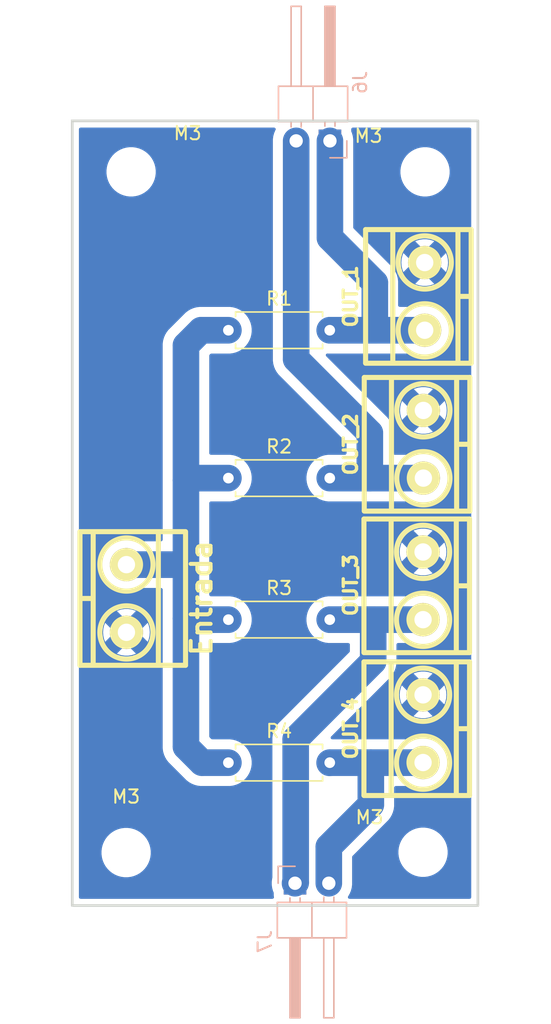
<source format=kicad_pcb>
(kicad_pcb (version 20240108) (generator "pcbnew") (generator_version "8.0")
  (layers (0 "F.Cu" signal) (31 "B.Cu" signal) (34 "B.Paste" user) (35 "F.Paste" user) (36 "B.SilkS" user "B.Silkscreen") (37 "F.SilkS" user "F.Silkscreen") (38 "B.Mask" user) (39 "F.Mask" user) (44 "Edge.Cuts" user))
  (net 0 "")
  (net 1 "+5V")
  (net 2 "GND")
  (net 3 "/Out_Log1")
  (net 4 "/Out_Log2")
  (net 5 "/Out_Log3")
  (net 6 "/Out_Log4")
  (footprint "MountingHole:MountingHole_3.2mm_M3" (layer "F.Cu") (at 140.425 54.325)
    (property "Reference" "M3" (at 4.25 -2.9 0) (layer "F.SilkS"))
    (property "Value" "MountingHole_3.2mm_M3")
    (pad "" np_thru_hole circle (at 0 0) (size 3.2 3.2) (drill 3.2) (layers "*.Cu" "*.Mask"))
  )
  (footprint "Resistor_THT:R_Axial_DIN0207_L6.3mm_D2.5mm_P7.62mm_Horizontal" (layer "F.Cu") (at 147.74 87.94)
    (property "Reference" "R3" (at 3.81 -2.37 0) (layer "F.SilkS"))
    (property "Value" "100K")
    (fp_line (start 0.54 -1.37) (end 7.08 -1.37) (stroke (width 0.12)) (layer "F.SilkS"))
    (fp_line (start 0.54 -1.04) (end 0.54 -1.37) (stroke (width 0.12)) (layer "F.SilkS"))
    (fp_line (start 0.54 1.04) (end 0.54 1.37) (stroke (width 0.12)) (layer "F.SilkS"))
    (fp_line (start 0.54 1.37) (end 7.08 1.37) (stroke (width 0.12)) (layer "F.SilkS"))
    (fp_line (start 7.08 -1.37) (end 7.08 -1.04) (stroke (width 0.12)) (layer "F.SilkS"))
    (fp_line (start 7.08 1.37) (end 7.08 1.04) (stroke (width 0.12)) (layer "F.SilkS"))
    (pad "1" thru_hole circle (at 0 0) (size 1.6 1.6) (drill 0.8) (layers "*.Cu" "*.Mask") (net 1 "+5V"))
    (pad "2" thru_hole oval (at 7.62 0) (size 1.6 1.6) (drill 0.8) (layers "*.Cu" "*.Mask") (net 5 "/Out_Log3"))
  )
  (footprint "EESTN5:BORNERA2_AZUL" (layer "F.Cu") (at 162.37625 85.4 90)
    (property "Reference" "J4" (hide yes))
    (property "Value" "OUT_3" (at 0.05 -5.45125 90) (layer "F.SilkS") (effects (font (thickness 0.25))))
    (fp_line (start 5.0165 -4.445) (end -4.9835 -4.445) (stroke (width 0.381)) (layer "F.SilkS"))
    (fp_line (start -5.0165 -4.445) (end -5.0165 3.4925) (stroke (width 0.381)) (layer "F.SilkS"))
    (fp_line (start -5 -2.4) (end 5 -2.4) (stroke (width 0.381)) (layer "F.SilkS"))
    (fp_line (start -5 2.5) (end 5 2.5) (stroke (width 0.381)) (layer "F.SilkS"))
    (fp_line (start 0 2.54) (end 0 3.4845) (stroke (width 0.381)) (layer "F.SilkS"))
    (fp_line (start 5.0165 3.4925) (end 5.0165 -4.445) (stroke (width 0.381)) (layer "F.SilkS"))
    (fp_line (start -4.9835 3.4925) (end 5.0165 3.4925) (stroke (width 0.381)) (layer "F.SilkS"))
    (fp_circle (center 2.55 0) (end 0.55 0) (stroke (width 0.381)) (fill none) (layer "F.SilkS"))
    (fp_circle (center -2.55 0) (end -0.55 0) (stroke (width 0.381)) (fill none) (layer "F.SilkS"))
    (pad "1" thru_hole circle (at -2.54 0 90) (size 2.5 2.5) (drill 1.3) (layers "*.Cu" "*.Mask" "F.SilkS") (net 5 "/Out_Log3"))
    (pad "2" thru_hole circle (at 2.54 0 90) (size 2.5 2.5) (drill 1.3) (layers "*.Cu" "*.Mask" "F.SilkS") (net 2 "GND"))
  )
  (footprint "EESTN5:BORNERA2_AZUL" (layer "F.Cu") (at 162.4 74.775 90)
    (property "Reference" "J3" (hide yes))
    (property "Value" "OUT_2" (at 0 -5.475 90) (layer "F.SilkS") (effects (font (thickness 0.25))))
    (fp_line (start 5.0165 -4.445) (end -4.9835 -4.445) (stroke (width 0.381)) (layer "F.SilkS"))
    (fp_line (start -5.0165 -4.445) (end -5.0165 3.4925) (stroke (width 0.381)) (layer "F.SilkS"))
    (fp_line (start -5 -2.4) (end 5 -2.4) (stroke (width 0.381)) (layer "F.SilkS"))
    (fp_line (start -5 2.5) (end 5 2.5) (stroke (width 0.381)) (layer "F.SilkS"))
    (fp_line (start 0 2.54) (end 0 3.4845) (stroke (width 0.381)) (layer "F.SilkS"))
    (fp_line (start 5.0165 3.4925) (end 5.0165 -4.445) (stroke (width 0.381)) (layer "F.SilkS"))
    (fp_line (start -4.9835 3.4925) (end 5.0165 3.4925) (stroke (width 0.381)) (layer "F.SilkS"))
    (fp_circle (center 2.55 0) (end 0.55 0) (stroke (width 0.381)) (fill none) (layer "F.SilkS"))
    (fp_circle (center -2.55 0) (end -0.55 0) (stroke (width 0.381)) (fill none) (layer "F.SilkS"))
    (pad "1" thru_hole circle (at -2.54 0 90) (size 2.5 2.5) (drill 1.3) (layers "*.Cu" "*.Mask" "F.SilkS") (net 4 "/Out_Log2"))
    (pad "2" thru_hole circle (at 2.54 0 90) (size 2.5 2.5) (drill 1.3) (layers "*.Cu" "*.Mask" "F.SilkS") (net 2 "GND"))
  )
  (footprint "MountingHole:MountingHole_3.2mm_M3" (layer "F.Cu") (at 162.525 54.325)
    (property "Reference" "M3" (at -4.25 -2.7 0) (layer "F.SilkS"))
    (property "Value" "MountingHole_3.2mm_M3")
    (pad "" np_thru_hole circle (at 0 0) (size 3.2 3.2) (drill 3.2) (layers "*.Cu" "*.Mask"))
  )
  (footprint "Resistor_THT:R_Axial_DIN0207_L6.3mm_D2.5mm_P7.62mm_Horizontal" (layer "F.Cu") (at 147.74 77.315)
    (property "Reference" "R2" (at 3.81 -2.37 0) (layer "F.SilkS"))
    (property "Value" "100K")
    (fp_line (start 0.54 -1.37) (end 7.08 -1.37) (stroke (width 0.12)) (layer "F.SilkS"))
    (fp_line (start 0.54 -1.04) (end 0.54 -1.37) (stroke (width 0.12)) (layer "F.SilkS"))
    (fp_line (start 0.54 1.04) (end 0.54 1.37) (stroke (width 0.12)) (layer "F.SilkS"))
    (fp_line (start 0.54 1.37) (end 7.08 1.37) (stroke (width 0.12)) (layer "F.SilkS"))
    (fp_line (start 7.08 -1.37) (end 7.08 -1.04) (stroke (width 0.12)) (layer "F.SilkS"))
    (fp_line (start 7.08 1.37) (end 7.08 1.04) (stroke (width 0.12)) (layer "F.SilkS"))
    (pad "1" thru_hole circle (at 0 0) (size 1.6 1.6) (drill 0.8) (layers "*.Cu" "*.Mask") (net 1 "+5V"))
    (pad "2" thru_hole oval (at 7.62 0) (size 1.6 1.6) (drill 0.8) (layers "*.Cu" "*.Mask") (net 4 "/Out_Log2"))
  )
  (footprint "EESTN5:BORNERA2_AZUL" (layer "F.Cu") (at 162.5 63.675 90)
    (property "Reference" "J2" (hide yes))
    (property "Value" "OUT_1" (at 0 -5.575 90) (layer "F.SilkS") (effects (font (thickness 0.25))))
    (fp_line (start 5.0165 -4.445) (end -4.9835 -4.445) (stroke (width 0.381)) (layer "F.SilkS"))
    (fp_line (start -5.0165 -4.445) (end -5.0165 3.4925) (stroke (width 0.381)) (layer "F.SilkS"))
    (fp_line (start -5 -2.4) (end 5 -2.4) (stroke (width 0.381)) (layer "F.SilkS"))
    (fp_line (start -5 2.5) (end 5 2.5) (stroke (width 0.381)) (layer "F.SilkS"))
    (fp_line (start 0 2.54) (end 0 3.4845) (stroke (width 0.381)) (layer "F.SilkS"))
    (fp_line (start 5.0165 3.4925) (end 5.0165 -4.445) (stroke (width 0.381)) (layer "F.SilkS"))
    (fp_line (start -4.9835 3.4925) (end 5.0165 3.4925) (stroke (width 0.381)) (layer "F.SilkS"))
    (fp_circle (center 2.55 0) (end 0.55 0) (stroke (width 0.381)) (fill none) (layer "F.SilkS"))
    (fp_circle (center -2.55 0) (end -0.55 0) (stroke (width 0.381)) (fill none) (layer "F.SilkS"))
    (pad "1" thru_hole circle (at -2.54 0 90) (size 2.5 2.5) (drill 1.3) (layers "*.Cu" "*.Mask" "F.SilkS") (net 3 "/Out_Log1"))
    (pad "2" thru_hole circle (at 2.54 0 90) (size 2.5 2.5) (drill 1.3) (layers "*.Cu" "*.Mask" "F.SilkS") (net 2 "GND"))
  )
  (footprint "EESTN5:BORNERA2_AZUL" (layer "F.Cu") (at 140.07375 86.35 -90)
    (property "Reference" "J1" (hide yes))
    (property "Value" "Entrada" (at -0.025 -5.65125 90) (layer "F.SilkS") (effects (font (size 1.5 1.5) (thickness 0.3))))
    (fp_line (start -4.9835 3.4925) (end 5.0165 3.4925) (stroke (width 0.381)) (layer "F.SilkS"))
    (fp_line (start 5.0165 3.4925) (end 5.0165 -4.445) (stroke (width 0.381)) (layer "F.SilkS"))
    (fp_line (start 0 2.54) (end 0 3.4845) (stroke (width 0.381)) (layer "F.SilkS"))
    (fp_line (start -5 2.5) (end 5 2.5) (stroke (width 0.381)) (layer "F.SilkS"))
    (fp_line (start -5 -2.4) (end 5 -2.4) (stroke (width 0.381)) (layer "F.SilkS"))
    (fp_line (start -5.0165 -4.445) (end -5.0165 3.4925) (stroke (width 0.381)) (layer "F.SilkS"))
    (fp_line (start 5.0165 -4.445) (end -4.9835 -4.445) (stroke (width 0.381)) (layer "F.SilkS"))
    (fp_circle (center -2.55 0) (end -0.55 0) (stroke (width 0.381)) (fill none) (layer "F.SilkS"))
    (fp_circle (center 2.55 0) (end 0.55 0) (stroke (width 0.381)) (fill none) (layer "F.SilkS"))
    (pad "1" thru_hole circle (at -2.54 0 270) (size 2.5 2.5) (drill 1.3) (layers "*.Cu" "*.Mask" "F.SilkS") (net 1 "+5V"))
    (pad "2" thru_hole circle (at 2.54 0 270) (size 2.5 2.5) (drill 1.3) (layers "*.Cu" "*.Mask" "F.SilkS") (net 2 "GND"))
  )
  (footprint "MountingHole:MountingHole_3.2mm_M3" (layer "F.Cu") (at 162.375 105.4)
    (property "Reference" "M3" (at -4.025 -2.625 0) (layer "F.SilkS"))
    (property "Value" "MountingHole_3.2mm_M3")
    (pad "" np_thru_hole circle (at 0 0) (size 3.2 3.2) (drill 3.2) (layers "*.Cu" "*.Mask"))
  )
  (footprint "MountingHole:MountingHole_3.2mm_M3" (layer "F.Cu") (at 140.05 105.425)
    (property "Reference" "M3" (at 0 -4.2 0) (layer "F.SilkS"))
    (property "Value" "MountingHole_3.2mm_M3")
    (pad "" np_thru_hole circle (at 0 0) (size 3.2 3.2) (drill 3.2) (layers "*.Cu" "*.Mask"))
  )
  (footprint "Resistor_THT:R_Axial_DIN0207_L6.3mm_D2.5mm_P7.62mm_Horizontal" (layer "F.Cu") (at 147.74 98.675)
    (property "Reference" "R4" (at 3.81 -2.37 0) (layer "F.SilkS"))
    (property "Value" "100K")
    (fp_line (start 0.54 -1.37) (end 7.08 -1.37) (stroke (width 0.12)) (layer "F.SilkS"))
    (fp_line (start 0.54 -1.04) (end 0.54 -1.37) (stroke (width 0.12)) (layer "F.SilkS"))
    (fp_line (start 0.54 1.04) (end 0.54 1.37) (stroke (width 0.12)) (layer "F.SilkS"))
    (fp_line (start 0.54 1.37) (end 7.08 1.37) (stroke (width 0.12)) (layer "F.SilkS"))
    (fp_line (start 7.08 -1.37) (end 7.08 -1.04) (stroke (width 0.12)) (layer "F.SilkS"))
    (fp_line (start 7.08 1.37) (end 7.08 1.04) (stroke (width 0.12)) (layer "F.SilkS"))
    (pad "1" thru_hole circle (at 0 0) (size 1.6 1.6) (drill 0.8) (layers "*.Cu" "*.Mask") (net 1 "+5V"))
    (pad "2" thru_hole oval (at 7.62 0) (size 1.6 1.6) (drill 0.8) (layers "*.Cu" "*.Mask") (net 6 "/Out_Log4"))
  )
  (footprint "Resistor_THT:R_Axial_DIN0207_L6.3mm_D2.5mm_P7.62mm_Horizontal" (layer "F.Cu") (at 147.74 66.215)
    (property "Reference" "R1" (at 3.81 -2.37 0) (layer "F.SilkS"))
    (property "Value" "100K")
    (fp_line (start 0.54 -1.37) (end 7.08 -1.37) (stroke (width 0.12)) (layer "F.SilkS"))
    (fp_line (start 0.54 -1.04) (end 0.54 -1.37) (stroke (width 0.12)) (layer "F.SilkS"))
    (fp_line (start 0.54 1.04) (end 0.54 1.37) (stroke (width 0.12)) (layer "F.SilkS"))
    (fp_line (start 0.54 1.37) (end 7.08 1.37) (stroke (width 0.12)) (layer "F.SilkS"))
    (fp_line (start 7.08 -1.37) (end 7.08 -1.04) (stroke (width 0.12)) (layer "F.SilkS"))
    (fp_line (start 7.08 1.37) (end 7.08 1.04) (stroke (width 0.12)) (layer "F.SilkS"))
    (pad "1" thru_hole circle (at 0 0) (size 1.6 1.6) (drill 0.8) (layers "*.Cu" "*.Mask") (net 1 "+5V"))
    (pad "2" thru_hole oval (at 7.62 0) (size 1.6 1.6) (drill 0.8) (layers "*.Cu" "*.Mask") (net 3 "/Out_Log1"))
  )
  (footprint "EESTN5:BORNERA2_AZUL" (layer "F.Cu") (at 162.37625 96.125 90)
    (property "Reference" "J5" (hide yes))
    (property "Value" "OUT_4" (at 0.025 -5.45125 90) (layer "F.SilkS") (effects (font (thickness 0.25))))
    (fp_line (start 5.0165 -4.445) (end -4.9835 -4.445) (stroke (width 0.381)) (layer "F.SilkS"))
    (fp_line (start -5.0165 -4.445) (end -5.0165 3.4925) (stroke (width 0.381)) (layer "F.SilkS"))
    (fp_line (start -5 -2.4) (end 5 -2.4) (stroke (width 0.381)) (layer "F.SilkS"))
    (fp_line (start -5 2.5) (end 5 2.5) (stroke (width 0.381)) (layer "F.SilkS"))
    (fp_line (start 0 2.54) (end 0 3.4845) (stroke (width 0.381)) (layer "F.SilkS"))
    (fp_line (start 5.0165 3.4925) (end 5.0165 -4.445) (stroke (width 0.381)) (layer "F.SilkS"))
    (fp_line (start -4.9835 3.4925) (end 5.0165 3.4925) (stroke (width 0.381)) (layer "F.SilkS"))
    (fp_circle (center 2.55 0) (end 0.55 0) (stroke (width 0.381)) (fill none) (layer "F.SilkS"))
    (fp_circle (center -2.55 0) (end -0.55 0) (stroke (width 0.381)) (fill none) (layer "F.SilkS"))
    (pad "1" thru_hole circle (at -2.54 0 90) (size 2.5 2.5) (drill 1.3) (layers "*.Cu" "*.Mask" "F.SilkS") (net 6 "/Out_Log4"))
    (pad "2" thru_hole circle (at 2.54 0 90) (size 2.5 2.5) (drill 1.3) (layers "*.Cu" "*.Mask" "F.SilkS") (net 2 "GND"))
  )
  (footprint "Connector_PinHeader_2.54mm:PinHeader_1x02_P2.54mm_Horizontal" (layer "B.Cu") (at 152.75 107.725 -90)
    (property "Reference" "J7" (at 4.385 2.27 90) (layer "B.SilkS") (effects (justify mirror)))
    (property "Value" "Out_Log")
    (fp_line (start 1.44 1.33) (end 4.1 1.33) (stroke (width 0.12)) (layer "B.SilkS"))
    (fp_line (start 4.1 1.33) (end 4.1 -3.87) (stroke (width 0.12)) (layer "B.SilkS"))
    (fp_line (start -1.27 1.27) (end -1.27 0) (stroke (width 0.12)) (layer "B.SilkS"))
    (fp_line (start 0 1.27) (end -1.27 1.27) (stroke (width 0.12)) (layer "B.SilkS"))
    (fp_line (start 1.44 0.38) (end 1.11 0.38) (stroke (width 0.12)) (layer "B.SilkS"))
    (fp_line (start 10.1 0.38) (end 4.1 0.38) (stroke (width 0.12)) (layer "B.SilkS"))
    (fp_line (start 10.1 0.32) (end 4.1 0.32) (stroke (width 0.12)) (layer "B.SilkS"))
    (fp_line (start 10.1 0.2) (end 4.1 0.2) (stroke (width 0.12)) (layer "B.SilkS"))
    (fp_line (start 10.1 0.08) (end 4.1 0.08) (stroke (width 0.12)) (layer "B.SilkS"))
    (fp_line (start 10.1 -0.04) (end 4.1 -0.04) (stroke (width 0.12)) (layer "B.SilkS"))
    (fp_line (start 10.1 -0.16) (end 4.1 -0.16) (stroke (width 0.12)) (layer "B.SilkS"))
    (fp_line (start 10.1 -0.28) (end 4.1 -0.28) (stroke (width 0.12)) (layer "B.SilkS"))
    (fp_line (start 1.44 -0.38) (end 1.11 -0.38) (stroke (width 0.12)) (layer "B.SilkS"))
    (fp_line (start 4.1 -0.38) (end 10.1 -0.38) (stroke (width 0.12)) (layer "B.SilkS"))
    (fp_line (start 10.1 -0.38) (end 10.1 0.38) (stroke (width 0.12)) (layer "B.SilkS"))
    (fp_line (start 4.1 -1.27) (end 1.44 -1.27) (stroke (width 0.12)) (layer "B.SilkS"))
    (fp_line (start 1.44 -2.16) (end 1.042929 -2.16) (stroke (width 0.12)) (layer "B.SilkS"))
    (fp_line (start 10.1 -2.16) (end 4.1 -2.16) (stroke (width 0.12)) (layer "B.SilkS"))
    (fp_line (start 1.44 -2.92) (end 1.042929 -2.92) (stroke (width 0.12)) (layer "B.SilkS"))
    (fp_line (start 4.1 -2.92) (end 10.1 -2.92) (stroke (width 0.12)) (layer "B.SilkS"))
    (fp_line (start 10.1 -2.92) (end 10.1 -2.16) (stroke (width 0.12)) (layer "B.SilkS"))
    (fp_line (start 1.44 -3.87) (end 1.44 1.33) (stroke (width 0.12)) (layer "B.SilkS"))
    (fp_line (start 4.1 -3.87) (end 1.44 -3.87) (stroke (width 0.12)) (layer "B.SilkS"))
    (pad "1" thru_hole rect (at 0 0 270) (size 1.7 1.7) (drill 1) (layers "*.Cu" "*.Mask") (net 5 "/Out_Log3"))
    (pad "2" thru_hole oval (at 0 -2.54 270) (size 1.7 1.7) (drill 1) (layers "*.Cu" "*.Mask") (net 6 "/Out_Log4"))
  )
  (footprint "Connector_PinHeader_2.54mm:PinHeader_1x02_P2.54mm_Horizontal" (layer "B.Cu") (at 155.375 52 90)
    (property "Reference" "J6" (at 4.385 2.27 -90) (layer "B.SilkS") (effects (justify mirror)))
    (property "Value" "Out_Log")
    (fp_line (start 4.1 -3.87) (end 1.44 -3.87) (stroke (width 0.12)) (layer "B.SilkS"))
    (fp_line (start 1.44 -3.87) (end 1.44 1.33) (stroke (width 0.12)) (layer "B.SilkS"))
    (fp_line (start 10.1 -2.92) (end 10.1 -2.16) (stroke (width 0.12)) (layer "B.SilkS"))
    (fp_line (start 4.1 -2.92) (end 10.1 -2.92) (stroke (width 0.12)) (layer "B.SilkS"))
    (fp_line (start 1.44 -2.92) (end 1.042929 -2.92) (stroke (width 0.12)) (layer "B.SilkS"))
    (fp_line (start 10.1 -2.16) (end 4.1 -2.16) (stroke (width 0.12)) (layer "B.SilkS"))
    (fp_line (start 1.44 -2.16) (end 1.042929 -2.16) (stroke (width 0.12)) (layer "B.SilkS"))
    (fp_line (start 4.1 -1.27) (end 1.44 -1.27) (stroke (width 0.12)) (layer "B.SilkS"))
    (fp_line (start 10.1 -0.38) (end 10.1 0.38) (stroke (width 0.12)) (layer "B.SilkS"))
    (fp_line (start 4.1 -0.38) (end 10.1 -0.38) (stroke (width 0.12)) (layer "B.SilkS"))
    (fp_line (start 1.44 -0.38) (end 1.11 -0.38) (stroke (width 0.12)) (layer "B.SilkS"))
    (fp_line (start 10.1 -0.28) (end 4.1 -0.28) (stroke (width 0.12)) (layer "B.SilkS"))
    (fp_line (start 10.1 -0.16) (end 4.1 -0.16) (stroke (width 0.12)) (layer "B.SilkS"))
    (fp_line (start 10.1 -0.04) (end 4.1 -0.04) (stroke (width 0.12)) (layer "B.SilkS"))
    (fp_line (start 10.1 0.08) (end 4.1 0.08) (stroke (width 0.12)) (layer "B.SilkS"))
    (fp_line (start 10.1 0.2) (end 4.1 0.2) (stroke (width 0.12)) (layer "B.SilkS"))
    (fp_line (start 10.1 0.32) (end 4.1 0.32) (stroke (width 0.12)) (layer "B.SilkS"))
    (fp_line (start 10.1 0.38) (end 4.1 0.38) (stroke (width 0.12)) (layer "B.SilkS"))
    (fp_line (start 1.44 0.38) (end 1.11 0.38) (stroke (width 0.12)) (layer "B.SilkS"))
    (fp_line (start 0 1.27) (end -1.27 1.27) (stroke (width 0.12)) (layer "B.SilkS"))
    (fp_line (start -1.27 1.27) (end -1.27 0) (stroke (width 0.12)) (layer "B.SilkS"))
    (fp_line (start 4.1 1.33) (end 4.1 -3.87) (stroke (width 0.12)) (layer "B.SilkS"))
    (fp_line (start 1.44 1.33) (end 4.1 1.33) (stroke (width 0.12)) (layer "B.SilkS"))
    (pad "1" thru_hole rect (at 0 0 90) (size 1.7 1.7) (drill 1) (layers "*.Cu" "*.Mask") (net 3 "/Out_Log1"))
    (pad "2" thru_hole oval (at 0 -2.54 90) (size 1.7 1.7) (drill 1) (layers "*.Cu" "*.Mask") (net 4 "/Out_Log2"))
  )
  (gr_rect (start 136 50.5) (end 166.5 109.4) (stroke (width 0.2)) (fill none) (layer "Edge.Cuts"))
  (segment (start 147.74 77.315) (end 144.71 77.315) (width 2) (layer "B.Cu") (net 1))
  (segment (start 147.74 66.215) (end 145.685 66.215) (width 2) (layer "B.Cu") (net 1))
  (segment (start 144.285 83.81) (end 144.55 84.075) (width 2) (layer "B.Cu") (net 1))
  (segment (start 144.55 84.075) (end 144.55 87.85) (width 2) (layer "B.Cu") (net 1))
  (segment (start 144.55 67.35) (end 144.55 77.475) (width 2) (layer "B.Cu") (net 1))
  (segment (start 140.07375 83.81) (end 144.285 83.81) (width 2) (layer "B.Cu") (net 1))
  (segment (start 145.685 66.215) (end 144.55 67.35) (width 2) (layer "B.Cu") (net 1))
  (segment (start 145.75 98.675) (end 147.74 98.675) (width 2) (layer "B.Cu") (net 1))
  (segment (start 144.55 97.475) (end 145.75 98.675) (width 2) (layer "B.Cu") (net 1))
  (segment (start 144.64 87.94) (end 144.55 87.85) (width 2) (layer "B.Cu") (net 1))
  (segment (start 144.71 77.315) (end 144.55 77.475) (width 2) (layer "B.Cu") (net 1))
  (segment (start 144.55 87.85) (end 144.55 97.475) (width 2) (layer "B.Cu") (net 1))
  (segment (start 144.55 77.475) (end 144.55 84.075) (width 2) (layer "B.Cu") (net 1))
  (segment (start 147.74 87.94) (end 144.64 87.94) (width 2) (layer "B.Cu") (net 1))
  (segment (start 158.75 66.215) (end 155.36 66.215) (width 2) (layer "B.Cu") (net 3))
  (segment (start 158.75 62.65) (end 158.75 66.215) (width 2) (layer "B.Cu") (net 3))
  (segment (start 155.375 59.275) (end 158.75 62.65) (width 2) (layer "B.Cu") (net 3))
  (segment (start 155.36 66.215) (end 162.5 66.215) (width 2) (layer "B.Cu") (net 3))
  (segment (start 155.375 52) (end 155.375 59.275) (width 2) (layer "B.Cu") (net 3))
  (segment (start 152.835 68.385) (end 158.375 73.925) (width 2) (layer "B.Cu") (net 4))
  (segment (start 152.835 52) (end 152.835 68.385) (width 2) (layer "B.Cu") (net 4))
  (segment (start 155.36 77.315) (end 162.4 77.315) (width 2) (layer "B.Cu") (net 4))
  (segment (start 158.375 73.925) (end 158.375 77.315) (width 2) (layer "B.Cu") (net 4))
  (segment (start 152.8 96.9) (end 158.625 91.075) (width 2) (layer "B.Cu") (net 5))
  (segment (start 152.75 107.725) (end 152.8 107.675) (width 2) (layer "B.Cu") (net 5))
  (segment (start 158.625 91.075) (end 158.625 87.94) (width 2) (layer "B.Cu") (net 5))
  (segment (start 155.36 87.94) (end 162.37625 87.94) (width 2) (layer "B.Cu") (net 5))
  (segment (start 152.8 107.675) (end 152.8 96.9) (width 2) (layer "B.Cu") (net 5))
  (segment (start 158.625 87.94) (end 155.36 87.94) (width 2) (layer "B.Cu") (net 5))
  (segment (start 158.45 98.675) (end 162.36625 98.675) (width 2) (layer "B.Cu") (net 6))
  (segment (start 155.35 98.685) (end 155.36 98.675) (width 2) (layer "B.Cu") (net 6))
  (segment (start 158.45 101.825) (end 158.45 98.675) (width 2) (layer "B.Cu") (net 6))
  (segment (start 155.29 107.725) (end 155.29 104.985) (width 2) (layer "B.Cu") (net 6))
  (segment (start 155.29 104.985) (end 158.45 101.825) (width 2) (layer "B.Cu") (net 6))
  (segment (start 162.36625 98.675) (end 162.37625 98.665) (width 2) (layer "B.Cu") (net 6))
  (segment (start 155.36 98.675) (end 158.45 98.675) (width 2) (layer "B.Cu") (net 6))
  (zone (net 2) (net_name "GND") (layer "B.Cu") (connect_pads (clearance 0.75)) (min_thickness 0.25) (fill yes (thermal_gap 0.5) (thermal_bridge_width 1.25))
    (polygon (pts (xy 166.625 50.525) (xy 136.125 50.525) (xy 136.05 109.35) (xy 166.55 109.35)))
  )
)
</source>
